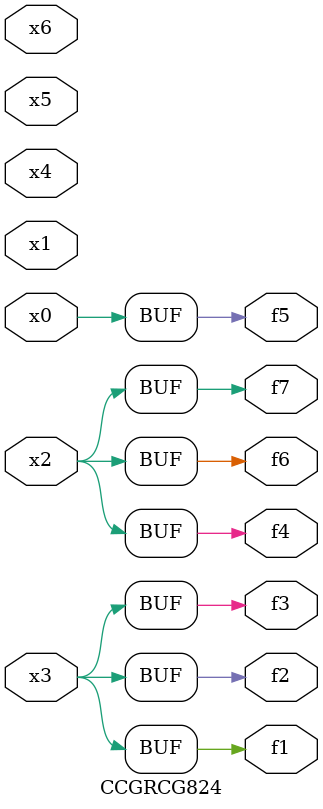
<source format=v>
module CCGRCG824(
	input x0, x1, x2, x3, x4, x5, x6,
	output f1, f2, f3, f4, f5, f6, f7
);
	assign f1 = x3;
	assign f2 = x3;
	assign f3 = x3;
	assign f4 = x2;
	assign f5 = x0;
	assign f6 = x2;
	assign f7 = x2;
endmodule

</source>
